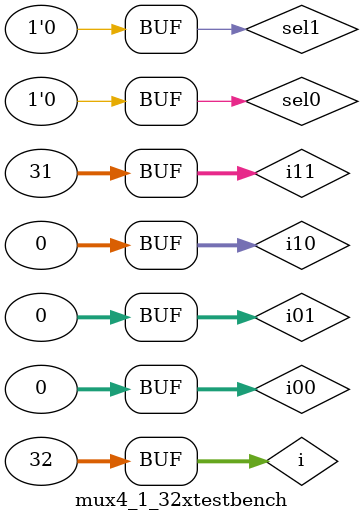
<source format=sv>
`timescale 1ps/1ps
module mux4_1_32x(i00, i01, i10, i11, sel0, sel1, out);
	input logic [31:0] i00, i01, i10, i11;
	input logic sel0, sel1;
	output logic [31:0] out;
	
	logic [31:0] v0, v1;
	
	mux2_1_32x m0 (.i0(i00), .i1(i01), .sel(sel0), .out(v0));
	mux2_1_32x m1 (.i0(i10), .i1(i11), .sel(sel0), .out(v1));
	mux2_1_32x m (.i0(v0), .i1(v1), .sel(sel1), .out(out));
endmodule

module mux4_1_32xtestbench();
	logic [31:0] i00, i01, i10, i11;
	logic sel0, sel1;
	logic [31:0] out;

	mux4_1_32x dut (.i00, .i01, .i10, .i11, .sel0, .sel1, .out);
	
	integer i;
	initial begin
		for(i = 0; i < 32; i++) begin
			{sel1, sel0, i00, i01, i10, i11} = i; #100;
		end
	end
endmodule
</source>
